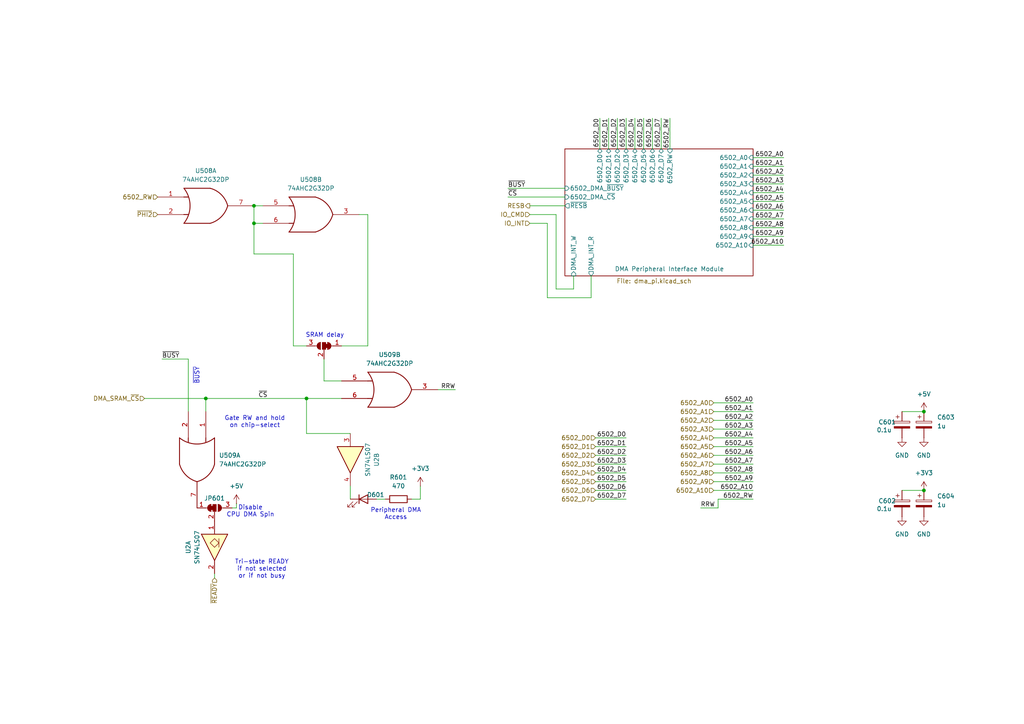
<source format=kicad_sch>
(kicad_sch (version 20250114) (generator "eeschema") (generator_version "9.0")
  (paper "A4")
  (title_block (title "65c02 Homebrew") (rev "Rev A") (company "Joseph R. Freeston") (comment 2 "https://github.com/snorklerjoe/useful6502") (comment 4 "A 65c02-based computer with peripheral i/o offloaded to a PIC16 microcontroller."))
  (lib_symbols
    (symbol "74xGxx:74LVC2G32"
      (property "Reference" "U" (at -7.62 7.62 0))
      (property "Value" "74LVC2G32" (at -7.62 -7.62 0))
      (symbol "74LVC2G32_1_1"
        (arc (start -7.62 5.08) (mid -5.838 0) (end -7.62 -5.08) (stroke (width 0.254)))
        (polyline (pts (xy -7.62 2.54) (xy -6.35 2.54)) (stroke (width 0.254)) (fill (type background)))
        (polyline (pts (xy -7.62 -2.54) (xy -6.35 -2.54)) (stroke (width 0.254)) (fill (type background)))
        (arc (start 5.08 0) (mid 3.202 -3.202) (end 0 -5.08) (stroke (width 0.254)))
        (arc (start 0 5.08) (mid 3.2271 3.2271) (end 5.08 0) (stroke (width 0.254)))
        (polyline (pts (xy 0 5.08) (xy -7.62 5.08)) (stroke (width 0.254)) (fill (type background)))
        (polyline (pts (xy 0 -5.08) (xy -7.62 -5.08)) (stroke (width 0.254)) (fill (type background)))
        (pin input line (at -15.24 2.54 0) (length 7.62) (name "~") (number "1"))
        (pin input line (at -15.24 -2.54 0) (length 7.62) (name "~") (number "2"))
        (pin output line (at 12.7 0 180) (length 7.62) (name "~") (number "7"))
      )
      (symbol "74LVC2G32_2_1"
        (arc (start -7.62 5.08) (mid -5.838 0) (end -7.62 -5.08) (stroke (width 0.254)))
        (polyline (pts (xy -7.62 2.54) (xy -6.35 2.54)) (stroke (width 0.254)) (fill (type background)))
        (polyline (pts (xy -7.62 -2.54) (xy -6.35 -2.54)) (stroke (width 0.254)) (fill (type background)))
        (arc (start 5.08 0) (mid 3.202 -3.202) (end 0 -5.08) (stroke (width 0.254)))
        (arc (start 0 5.08) (mid 3.2271 3.2271) (end 5.08 0) (stroke (width 0.254)))
        (polyline (pts (xy 0 5.08) (xy -7.62 5.08)) (stroke (width 0.254)) (fill (type background)))
        (polyline (pts (xy 0 -5.08) (xy -7.62 -5.08)) (stroke (width 0.254)) (fill (type background)))
        (pin input line (at -15.24 2.54 0) (length 7.62) (name "~") (number "5"))
        (pin input line (at -15.24 -2.54 0) (length 7.62) (name "~") (number "6"))
        (pin output line (at 12.7 0 180) (length 7.62) (name "~") (number "3"))
      )
      (symbol "74LVC2G32_3_0"
        (rectangle (start -5.08 -5.08) (end 5.08 5.08) (stroke (width 0.254)) (fill (type background)))
      )
      (symbol "74LVC2G32_3_1"
        (pin power_in line (at 0 10.16 270) (length 5.08) (name "VCC") (number "8"))
        (pin power_in line (at 0 -10.16 90) (length 5.08) (name "GND") (number "4"))
      )
    )
    (symbol "74xx:SN74LS07" (pin_names (offset 1.016))
      (property "Reference" "U104" (at 0 7.62 0))
      (property "Value" "SN74LS07" (at 0 5.08 0))
      (symbol "SN74LS07_1_0"
        (polyline (pts (xy -3.81 3.81) (xy -3.81 -3.81) (xy 3.81 0) (xy -3.81 3.81)) (stroke (width 0.254)) (fill (type background)))
        (pin input line (at -7.62 0 0) (length 3.81) (name "~") (number "1"))
        (pin open_collector line (at 7.62 0 180) (length 3.81) (name "~") (number "2"))
      )
      (symbol "SN74LS07_1_1"
        (polyline (pts (xy -2.54 -1.27) (xy 0 -1.27)))
        (polyline (pts (xy -1.27 1.27) (xy 0 0) (xy -1.27 -1.27) (xy -2.54 0) (xy -1.27 1.27)))
      )
      (symbol "SN74LS07_2_0"
        (polyline (pts (xy -3.81 3.81) (xy -3.81 -3.81) (xy 3.81 0) (xy -3.81 3.81)) (stroke (width 0.254)) (fill (type background)))
        (pin input line (at -7.62 0 0) (length 3.81) (name "~") (number "3"))
        (pin open_collector line (at 7.62 0 180) (length 3.81) (name "~") (number "4"))
      )
      (symbol "SN74LS07_3_0"
        (polyline (pts (xy -3.81 3.81) (xy -3.81 -3.81) (xy 3.81 0) (xy -3.81 3.81)) (stroke (width 0.254)) (fill (type background)))
        (pin input line (at -7.62 0 0) (length 3.81) (name "~") (number "5"))
        (pin open_collector line (at 7.62 0 180) (length 3.81) (name "~") (number "6"))
      )
      (symbol "SN74LS07_3_1"
        (polyline (pts (xy -2.54 -1.27) (xy 0 -1.27)))
        (polyline (pts (xy -1.27 1.27) (xy 0 0) (xy -1.27 -1.27) (xy -2.54 0) (xy -1.27 1.27)))
      )
      (symbol "SN74LS07_4_0"
        (polyline (pts (xy -3.81 3.81) (xy -3.81 -3.81) (xy 3.81 0) (xy -3.81 3.81)) (stroke (width 0.254)) (fill (type background)))
        (pin input line (at -7.62 0 0) (length 3.81) (name "~") (number "9"))
        (pin open_collector line (at 7.62 0 180) (length 3.81) (name "~") (number "8"))
      )
      (symbol "SN74LS07_4_1"
        (polyline (pts (xy -2.54 -1.27) (xy 0 -1.27)))
        (polyline (pts (xy -1.27 1.27) (xy 0 0) (xy -1.27 -1.27) (xy -2.54 0) (xy -1.27 1.27)))
      )
      (symbol "SN74LS07_5_0"
        (polyline (pts (xy -3.81 3.81) (xy -3.81 -3.81) (xy 3.81 0) (xy -3.81 3.81)) (stroke (width 0.254)) (fill (type background)))
        (pin input line (at -7.62 0 0) (length 3.81) (name "~") (number "11"))
        (pin open_collector line (at 7.62 0 180) (length 3.81) (name "~") (number "10"))
      )
      (symbol "SN74LS07_5_1"
        (polyline (pts (xy -2.54 -1.27) (xy 0 -1.27)))
        (polyline (pts (xy -1.27 1.27) (xy 0 0) (xy -1.27 -1.27) (xy -2.54 0) (xy -1.27 1.27)))
      )
      (symbol "SN74LS07_6_0"
        (polyline (pts (xy -3.81 3.81) (xy -3.81 -3.81) (xy 3.81 0) (xy -3.81 3.81)) (stroke (width 0.254)) (fill (type background)))
        (pin input line (at -7.62 0 0) (length 3.81) (name "~") (number "13"))
        (pin open_collector line (at 7.62 0 180) (length 3.81) (name "~") (number "12"))
      )
      (symbol "SN74LS07_6_1"
        (polyline (pts (xy -2.54 -1.27) (xy 0 -1.27)))
        (polyline (pts (xy -1.27 1.27) (xy 0 0) (xy -1.27 -1.27) (xy -2.54 0) (xy -1.27 1.27)))
      )
      (symbol "SN74LS07_7_0"
        (pin power_in line (at 0 12.7 270) (length 5.08) (name "VCC") (number "14"))
        (pin power_in line (at 0 -12.7 90) (length 5.08) (name "GND") (number "7"))
      )
      (symbol "SN74LS07_7_1"
        (rectangle (start -5.08 7.62) (end 5.08 -7.62) (stroke (width 0.254)) (fill (type background)))
      )
    )
    (symbol "Device:C_Polarized" (pin_numbers (hide yes)) (pin_names (offset 0.254))
      (property "Reference" "C" (at 0.635 2.54 0))
      (property "Value" "C_Polarized" (at 0.635 -2.54 0))
      (symbol "C_Polarized_0_1"
        (rectangle (start -2.286 0.508) (end 2.286 1.016))
        (polyline (pts (xy -1.778 2.286) (xy -0.762 2.286)))
        (polyline (pts (xy -1.27 2.794) (xy -1.27 1.778)))
        (rectangle (start 2.286 -0.508) (end -2.286 -1.016) (fill (type outline)))
      )
      (symbol "C_Polarized_1_1"
        (pin passive line (at 0 3.81 270) (length 2.794) (name "~") (number "1"))
        (pin passive line (at 0 -3.81 90) (length 2.794) (name "~") (number "2"))
      )
    )
    (symbol "Device:LED" (pin_numbers (hide yes)) (pin_names (offset 1.016) (hide yes))
      (property "Reference" "D" (at 0 2.54 0))
      (property "Value" "LED" (at 0 -2.54 0))
      (symbol "LED_0_1"
        (polyline (pts (xy -3.048 -0.762) (xy -4.572 -2.286) (xy -3.81 -2.286) (xy -4.572 -2.286) (xy -4.572 -1.524)))
        (polyline (pts (xy -1.778 -0.762) (xy -3.302 -2.286) (xy -2.54 -2.286) (xy -3.302 -2.286) (xy -3.302 -1.524)))
        (polyline (pts (xy -1.27 0) (xy 1.27 0)))
        (polyline (pts (xy -1.27 -1.27) (xy -1.27 1.27)) (stroke (width 0.254)))
        (polyline (pts (xy 1.27 -1.27) (xy 1.27 1.27) (xy -1.27 0) (xy 1.27 -1.27)) (stroke (width 0.254)))
      )
      (symbol "LED_1_1"
        (pin passive line (at -3.81 0 0) (length 2.54) (name "K") (number "1"))
        (pin passive line (at 3.81 0 180) (length 2.54) (name "A") (number "2"))
      )
    )
    (symbol "Device:R" (pin_numbers (hide yes)) (pin_names (offset 0))
      (property "Reference" "R" (at 2.032 0 90))
      (property "Value" "R" (at 0 0 90))
      (symbol "R_0_1"
        (rectangle (start -1.016 -2.54) (end 1.016 2.54) (stroke (width 0.254)))
      )
      (symbol "R_1_1"
        (pin passive line (at 0 3.81 270) (length 1.27) (name "~") (number "1"))
        (pin passive line (at 0 -3.81 90) (length 1.27) (name "~") (number "2"))
      )
    )
    (symbol "Jumper:SolderJumper_3_Bridged12" (pin_names (offset 0) (hide yes)) (in_bom no)
      (property "Reference" "JP" (at -2.54 -2.54 0))
      (property "Value" "SolderJumper_3_Bridged12" (at 0 2.794 0))
      (symbol "SolderJumper_3_Bridged12_0_1"
        (polyline (pts (xy -2.54 0) (xy -2.032 0)))
        (polyline (pts (xy -1.016 1.016) (xy -1.016 -1.016)))
        (rectangle (start -1.016 0.508) (end -0.508 -0.508) (fill (type outline)))
        (arc (start -1.016 -1.016) (mid -2.0276 0) (end -1.016 1.016))
        (arc (start -1.016 -1.016) (mid -2.0276 0) (end -1.016 1.016) (fill (type outline)))
        (rectangle (start -0.508 1.016) (end 0.508 -1.016) (fill (type outline)))
        (polyline (pts (xy 0 -1.27) (xy 0 -1.016)))
        (arc (start 1.016 1.016) (mid 2.0276 0) (end 1.016 -1.016))
        (arc (start 1.016 1.016) (mid 2.0276 0) (end 1.016 -1.016) (fill (type outline)))
        (polyline (pts (xy 1.016 1.016) (xy 1.016 -1.016)))
        (polyline (pts (xy 2.54 0) (xy 2.032 0)))
      )
      (symbol "SolderJumper_3_Bridged12_1_1"
        (pin passive line (at -5.08 0 0) (length 2.54) (name "A") (number "1"))
        (pin passive line (at 0 -3.81 90) (length 2.54) (name "C") (number "2"))
        (pin passive line (at 5.08 0 180) (length 2.54) (name "B") (number "3"))
      )
    )
    (symbol "SN74LS07_1" (pin_names (offset 1.016))
      (property "Reference" "U104" (at 0 7.62 0))
      (property "Value" "SN74LS07" (at 0 5.08 0))
      (symbol "SN74LS07_1_1_0"
        (polyline (pts (xy -3.81 3.81) (xy -3.81 -3.81) (xy 3.81 0) (xy -3.81 3.81)) (stroke (width 0.254)) (fill (type background)))
        (pin input line (at -7.62 0 0) (length 3.81) (name "~") (number "1"))
        (pin open_collector line (at 7.62 0 180) (length 3.81) (name "~") (number "2"))
      )
      (symbol "SN74LS07_1_1_1"
        (polyline (pts (xy -2.54 -1.27) (xy 0 -1.27)))
        (polyline (pts (xy -1.27 1.27) (xy 0 0) (xy -1.27 -1.27) (xy -2.54 0) (xy -1.27 1.27)))
      )
      (symbol "SN74LS07_1_2_0"
        (polyline (pts (xy -3.81 3.81) (xy -3.81 -3.81) (xy 3.81 0) (xy -3.81 3.81)) (stroke (width 0.254)) (fill (type background)))
        (pin input line (at -7.62 0 0) (length 3.81) (name "~") (number "3"))
        (pin open_collector line (at 7.62 0 180) (length 3.81) (name "~") (number "4"))
      )
      (symbol "SN74LS07_1_3_0"
        (polyline (pts (xy -3.81 3.81) (xy -3.81 -3.81) (xy 3.81 0) (xy -3.81 3.81)) (stroke (width 0.254)) (fill (type background)))
        (pin input line (at -7.62 0 0) (length 3.81) (name "~") (number "5"))
        (pin open_collector line (at 7.62 0 180) (length 3.81) (name "~") (number "6"))
      )
      (symbol "SN74LS07_1_3_1"
        (polyline (pts (xy -2.54 -1.27) (xy 0 -1.27)))
        (polyline (pts (xy -1.27 1.27) (xy 0 0) (xy -1.27 -1.27) (xy -2.54 0) (xy -1.27 1.27)))
      )
      (symbol "SN74LS07_1_4_0"
        (polyline (pts (xy -3.81 3.81) (xy -3.81 -3.81) (xy 3.81 0) (xy -3.81 3.81)) (stroke (width 0.254)) (fill (type background)))
        (pin input line (at -7.62 0 0) (length 3.81) (name "~") (number "9"))
        (pin open_collector line (at 7.62 0 180) (length 3.81) (name "~") (number "8"))
      )
      (symbol "SN74LS07_1_4_1"
        (polyline (pts (xy -2.54 -1.27) (xy 0 -1.27)))
        (polyline (pts (xy -1.27 1.27) (xy 0 0) (xy -1.27 -1.27) (xy -2.54 0) (xy -1.27 1.27)))
      )
      (symbol "SN74LS07_1_5_0"
        (polyline (pts (xy -3.81 3.81) (xy -3.81 -3.81) (xy 3.81 0) (xy -3.81 3.81)) (stroke (width 0.254)) (fill (type background)))
        (pin input line (at -7.62 0 0) (length 3.81) (name "~") (number "11"))
        (pin open_collector line (at 7.62 0 180) (length 3.81) (name "~") (number "10"))
      )
      (symbol "SN74LS07_1_5_1"
        (polyline (pts (xy -2.54 -1.27) (xy 0 -1.27)))
        (polyline (pts (xy -1.27 1.27) (xy 0 0) (xy -1.27 -1.27) (xy -2.54 0) (xy -1.27 1.27)))
      )
      (symbol "SN74LS07_1_6_0"
        (polyline (pts (xy -3.81 3.81) (xy -3.81 -3.81) (xy 3.81 0) (xy -3.81 3.81)) (stroke (width 0.254)) (fill (type background)))
        (pin input line (at -7.62 0 0) (length 3.81) (name "~") (number "13"))
        (pin open_collector line (at 7.62 0 180) (length 3.81) (name "~") (number "12"))
      )
      (symbol "SN74LS07_1_6_1"
        (polyline (pts (xy -2.54 -1.27) (xy 0 -1.27)))
        (polyline (pts (xy -1.27 1.27) (xy 0 0) (xy -1.27 -1.27) (xy -2.54 0) (xy -1.27 1.27)))
      )
      (symbol "SN74LS07_1_7_0"
        (pin power_in line (at 0 12.7 270) (length 5.08) (name "VCC") (number "14"))
        (pin power_in line (at 0 -12.7 90) (length 5.08) (name "GND") (number "7"))
      )
      (symbol "SN74LS07_1_7_1"
        (rectangle (start -5.08 7.62) (end 5.08 -7.62) (stroke (width 0.254)) (fill (type background)))
      )
    )
    (symbol "power:+3V3" (power) (pin_numbers (hide yes)) (pin_names (offset 0) (hide yes))
      (property "Value" "+3V3" (at 0 3.556 0))
      (symbol "+3V3_0_1"
        (polyline (pts (xy -0.762 1.27) (xy 0 2.54)))
        (polyline (pts (xy 0 2.54) (xy 0.762 1.27)))
        (polyline (pts (xy 0 0) (xy 0 2.54)))
      )
      (symbol "+3V3_1_1"
        (pin power_in line (at 0 0 90) (length 0) (name "~") (number "1"))
      )
    )
    (symbol "power:+5V" (power) (pin_numbers (hide yes)) (pin_names (offset 0) (hide yes))
      (property "Value" "+5V" (at 0 3.556 0))
      (symbol "+5V_0_1"
        (polyline (pts (xy -0.762 1.27) (xy 0 2.54)))
        (polyline (pts (xy 0 2.54) (xy 0.762 1.27)))
        (polyline (pts (xy 0 0) (xy 0 2.54)))
      )
      (symbol "+5V_1_1"
        (pin power_in line (at 0 0 90) (length 0) (name "~") (number "1"))
      )
    )
    (symbol "power:GND" (power) (pin_numbers (hide yes)) (pin_names (offset 0) (hide yes))
      (property "Value" "GND" (at 0 -3.81 0))
      (symbol "GND_0_1"
        (polyline (pts (xy 0 0) (xy 0 -1.27) (xy 1.27 -1.27) (xy 0 -2.54) (xy -1.27 -1.27) (xy 0 -1.27)))
      )
      (symbol "GND_1_1"
        (pin power_in line (at 0 0 270) (length 0) (name "~") (number "1"))
      )
    )
  )
  (text "SRAM delay" (at 94.234 97.282 0) (effects (font (size 1.27 1.27))))
  (text "Gate RW and hold\non chip-select" (at 73.914 122.428 0) (effects (font (size 1.27 1.27))))
  (text "Tri-state READY\nif not selected\nor if not busy" (at 75.946 165.1 0) (effects (font (size 1.27 1.27))))
  (text "~{BUSY}" (at 57.15 108.966 90) (effects (font (size 1.27 1.27))))
  (text "Disable\nCPU DMA Spin" (at 72.644 148.336 0) (effects (font (size 1.27 1.27))))
  (text "Peripheral DMA\nAccess" (at 114.808 149.098 0) (effects (font (size 1.27 1.27))))
  (junction (at 73.66 64.77))
  (junction (at 88.9 115.57))
  (junction (at 73.66 59.69))
  (junction (at 59.69 115.57))
  (junction (at 267.97 119.38))
  (junction (at 267.97 142.24))
  (wire (pts (xy 88.9 115.57) (xy 99.06 115.57)))
  (wire (pts (xy 73.66 73.66) (xy 73.66 64.77)))
  (wire (pts (xy 121.92 144.78) (xy 119.38 144.78)))
  (wire (pts (xy 194.31 43.18) (xy 194.31 34.29)))
  (wire (pts (xy 218.44 45.72) (xy 227.33 45.72)))
  (wire (pts (xy 54.61 104.14) (xy 54.61 119.38)))
  (wire (pts (xy 218.44 48.26) (xy 227.33 48.26)))
  (wire (pts (xy 208.28 147.32) (xy 208.28 144.78)))
  (wire (pts (xy 207.01 129.54) (xy 218.44 129.54)))
  (wire (pts (xy 68.58 147.32) (xy 67.31 147.32)))
  (wire (pts (xy 161.29 62.23) (xy 161.29 83.82)))
  (wire (pts (xy 153.67 62.23) (xy 161.29 62.23)))
  (wire (pts (xy 207.01 139.7) (xy 218.44 139.7)))
  (wire (pts (xy 189.23 43.18) (xy 189.23 34.29)))
  (wire (pts (xy 218.44 60.96) (xy 227.33 60.96)))
  (wire (pts (xy 59.69 115.57) (xy 88.9 115.57)))
  (wire (pts (xy 181.61 134.62) (xy 172.72 134.62)))
  (wire (pts (xy 172.72 129.54) (xy 181.61 129.54)))
  (wire (pts (xy 218.44 50.8) (xy 227.33 50.8)))
  (wire (pts (xy 173.99 43.18) (xy 173.99 34.29)))
  (wire (pts (xy 158.75 86.36) (xy 171.45 86.36)))
  (wire (pts (xy 207.01 137.16) (xy 218.44 137.16)))
  (wire (pts (xy 127 113.03) (xy 132.08 113.03)))
  (wire (pts (xy 153.67 59.69) (xy 163.83 59.69)))
  (wire (pts (xy 191.77 43.18) (xy 191.77 34.29)))
  (wire (pts (xy 147.32 54.61) (xy 163.83 54.61)))
  (wire (pts (xy 172.72 139.7) (xy 181.61 139.7)))
  (wire (pts (xy 218.44 68.58) (xy 227.33 68.58)))
  (wire (pts (xy 73.66 59.69) (xy 73.66 64.77)))
  (wire (pts (xy 171.45 80.01) (xy 171.45 86.36)))
  (wire (pts (xy 203.2 147.32) (xy 208.28 147.32)))
  (wire (pts (xy 261.62 119.38) (xy 267.97 119.38)))
  (wire (pts (xy 218.44 71.12) (xy 227.33 71.12)))
  (wire (pts (xy 207.01 132.08) (xy 218.44 132.08)))
  (wire (pts (xy 207.01 127) (xy 218.44 127)))
  (wire (pts (xy 172.72 127) (xy 181.61 127)))
  (wire (pts (xy 68.58 146.05) (xy 68.58 147.32)))
  (wire (pts (xy 158.75 64.77) (xy 153.67 64.77)))
  (wire (pts (xy 158.75 86.36) (xy 158.75 64.77)))
  (wire (pts (xy 104.14 62.23) (xy 106.68 62.23)))
  (wire (pts (xy 261.62 142.24) (xy 267.97 142.24)))
  (wire (pts (xy 208.28 144.78) (xy 218.44 144.78)))
  (wire (pts (xy 218.44 66.04) (xy 227.33 66.04)))
  (wire (pts (xy 85.09 73.66) (xy 73.66 73.66)))
  (wire (pts (xy 99.06 100.33) (xy 106.68 100.33)))
  (wire (pts (xy 218.44 63.5) (xy 227.33 63.5)))
  (wire (pts (xy 111.76 144.78) (xy 109.22 144.78)))
  (wire (pts (xy 93.98 110.49) (xy 99.06 110.49)))
  (wire (pts (xy 147.32 57.15) (xy 163.83 57.15)))
  (wire (pts (xy 101.6 144.78) (xy 101.6 140.97)))
  (wire (pts (xy 207.01 134.62) (xy 218.44 134.62)))
  (wire (pts (xy 207.01 142.24) (xy 218.44 142.24)))
  (wire (pts (xy 121.92 140.97) (xy 121.92 144.78)))
  (wire (pts (xy 176.53 43.18) (xy 176.53 34.29)))
  (wire (pts (xy 88.9 125.73) (xy 88.9 115.57)))
  (wire (pts (xy 207.01 119.38) (xy 218.44 119.38)))
  (wire (pts (xy 85.09 100.33) (xy 85.09 73.66)))
  (wire (pts (xy 186.69 43.18) (xy 186.69 34.29)))
  (wire (pts (xy 62.23 166.37) (xy 62.23 167.64)))
  (wire (pts (xy 101.6 125.73) (xy 88.9 125.73)))
  (wire (pts (xy 41.91 115.57) (xy 59.69 115.57)))
  (wire (pts (xy 85.09 100.33) (xy 88.9 100.33)))
  (wire (pts (xy 218.44 55.88) (xy 227.33 55.88)))
  (wire (pts (xy 207.01 121.92) (xy 218.44 121.92)))
  (wire (pts (xy 161.29 83.82) (xy 166.37 83.82)))
  (wire (pts (xy 172.72 144.78) (xy 181.61 144.78)))
  (wire (pts (xy 76.2 64.77) (xy 73.66 64.77)))
  (wire (pts (xy 207.01 116.84) (xy 218.44 116.84)))
  (wire (pts (xy 106.68 62.23) (xy 106.68 100.33)))
  (wire (pts (xy 172.72 142.24) (xy 181.61 142.24)))
  (wire (pts (xy 207.01 124.46) (xy 218.44 124.46)))
  (wire (pts (xy 76.2 59.69) (xy 73.66 59.69)))
  (wire (pts (xy 218.44 58.42) (xy 227.33 58.42)))
  (wire (pts (xy 218.44 53.34) (xy 227.33 53.34)))
  (wire (pts (xy 179.07 43.18) (xy 179.07 34.29)))
  (wire (pts (xy 172.72 137.16) (xy 181.61 137.16)))
  (wire (pts (xy 184.15 43.18) (xy 184.15 34.29)))
  (wire (pts (xy 166.37 80.01) (xy 166.37 83.82)))
  (wire (pts (xy 181.61 34.29) (xy 181.61 43.18)))
  (wire (pts (xy 172.72 132.08) (xy 181.61 132.08)))
  (wire (pts (xy 59.69 115.57) (xy 59.69 119.38)))
  (wire (pts (xy 93.98 104.14) (xy 93.98 110.49)))
  (wire (pts (xy 46.99 104.14) (xy 54.61 104.14)))
  (label "6502_A5" (at 227.33 58.42 180))
  (label "6502_D0" (at 181.61 127 180))
  (label "6502_A1" (at 218.44 119.38 180))
  (label "6502_A9" (at 218.44 139.7 180))
  (label "6502_A7" (at 218.44 134.62 180))
  (label "6502_D7" (at 181.61 144.78 180))
  (label "RRW" (at 132.08 113.03 180))
  (label "6502_A6" (at 227.33 60.96 180))
  (label "6502_A5" (at 218.44 129.54 180))
  (label "6502_A7" (at 227.33 63.5 180))
  (label "~{CS}" (at 74.93 115.57 0))
  (label "6502_D5" (at 181.61 139.7 180))
  (label "6502_A3" (at 227.33 53.34 180))
  (label "6502_D4" (at 181.61 137.16 180))
  (label "6502_D3" (at 181.61 34.29 270))
  (label "6502_A0" (at 218.44 116.84 180))
  (label "6502_D5" (at 186.69 34.29 270))
  (label "6502_D6" (at 181.61 142.24 180))
  (label "6502_D1" (at 181.61 129.54 180))
  (label "6502_A3" (at 218.44 124.46 180))
  (label "6502_A10" (at 218.44 142.24 180))
  (label "~{CS}" (at 147.32 57.15 0))
  (label "6502_RW" (at 218.44 144.78 180))
  (label "6502_A4" (at 218.44 127 180))
  (label "6502_D3" (at 181.61 134.62 180))
  (label "6502_D2" (at 181.61 132.08 180))
  (label "6502_D7" (at 191.77 34.29 270))
  (label "6502_D1" (at 176.53 34.29 270))
  (label "6502_A8" (at 227.33 66.04 180))
  (label "6502_RW" (at 194.31 34.29 270))
  (label "RRW" (at 203.2 147.32 0))
  (label "6502_A2" (at 218.44 121.92 180))
  (label "6502_A2" (at 227.33 50.8 180))
  (label "6502_A1" (at 227.33 48.26 180))
  (label "6502_D6" (at 189.23 34.29 270))
  (label "6502_A4" (at 227.33 55.88 180))
  (label "6502_A10" (at 227.33 71.12 180))
  (label "~{BUSY}" (at 147.32 54.61 0))
  (label "~{BUSY}" (at 46.99 104.14 0))
  (label "6502_A9" (at 227.33 68.58 180))
  (label "6502_D4" (at 184.15 34.29 270))
  (label "6502_A8" (at 218.44 137.16 180))
  (label "6502_D2" (at 179.07 34.29 270))
  (label "6502_D0" (at 173.99 34.29 270))
  (label "6502_A6" (at 218.44 132.08 180))
  (label "6502_A0" (at 227.33 45.72 180))
  (hierarchical_label "~{PHI2}" (shape input) (at 45.72 62.23 180))
  (hierarchical_label "6502_D2" (shape input) (at 172.72 132.08 180) (effects (font (thickness 0.1588))))
  (hierarchical_label "IO_CMD" (shape input) (at 153.67 62.23 180))
  (hierarchical_label "6502_A10" (shape input) (at 207.01 142.24 180) (effects (font (thickness 0.1588))))
  (hierarchical_label "6502_A4" (shape input) (at 207.01 127 180) (effects (font (thickness 0.1588))))
  (hierarchical_label "6502_D6" (shape input) (at 172.72 142.24 180) (effects (font (thickness 0.1588))))
  (hierarchical_label "6502_D0" (shape input) (at 172.72 127 180) (effects (font (thickness 0.1588))))
  (hierarchical_label "6502_A0" (shape input) (at 207.01 116.84 180) (effects (font (thickness 0.1588))))
  (hierarchical_label "6502_D1" (shape input) (at 172.72 129.54 180) (effects (font (thickness 0.1588))))
  (hierarchical_label "6502_RW" (shape input) (at 45.72 57.15 180) (effects (font (thickness 0.1588))))
  (hierarchical_label "6502_D3" (shape input) (at 172.72 134.62 180) (effects (font (thickness 0.1588))))
  (hierarchical_label "6502_A5" (shape input) (at 207.01 129.54 180) (effects (font (thickness 0.1588))))
  (hierarchical_label "6502_A3" (shape input) (at 207.01 124.46 180) (effects (font (thickness 0.1588))))
  (hierarchical_label "6502_D7" (shape input) (at 172.72 144.78 180) (effects (font (thickness 0.1588))))
  (hierarchical_label "DMA_SRAM_~{CS}" (shape input) (at 41.91 115.57 180))
  (hierarchical_label "6502_A9" (shape input) (at 207.01 139.7 180) (effects (font (thickness 0.1588))))
  (hierarchical_label "6502_D4" (shape input) (at 172.72 137.16 180) (effects (font (thickness 0.1588))))
  (hierarchical_label "RESB" (shape output) (at 153.67 59.69 180))
  (hierarchical_label "6502_A8" (shape input) (at 207.01 137.16 180) (effects (font (thickness 0.1588))))
  (hierarchical_label "IO_INT" (shape input) (at 153.67 64.77 180))
  (hierarchical_label "6502_A2" (shape input) (at 207.01 121.92 180) (effects (font (thickness 0.1588))))
  (hierarchical_label "6502_D5" (shape input) (at 172.72 139.7 180) (effects (font (thickness 0.1588))))
  (hierarchical_label "6502_A7" (shape input) (at 207.01 134.62 180) (effects (font (thickness 0.1588))))
  (hierarchical_label "6502_A1" (shape input) (at 207.01 119.38 180) (effects (font (thickness 0.1588))))
  (hierarchical_label "6502_A6" (shape input) (at 207.01 132.08 180) (effects (font (thickness 0.1588))))
  (hierarchical_label "~{READY}" (shape input) (at 62.23 167.64 270))
  (symbol (lib_id "Device:C_Polarized") (at 261.62 146.05 0) (unit 1)
    (property "Reference" "C602" (at 254.762 145.288 0) (effects (justify left)))
    (property "Value" "0.1u" (at 254.254 147.574 0) (effects (justify left)))
    (property "Footprint" "Capacitor_SMD:C_0402_1005Metric" (effects (hide yes)))
    (property "Description" "Polarized capacitor" (effects (hide yes)))
  )
  (symbol (lib_id "74xGxx:74LVC2G32") (at 91.44 62.23 0) (unit 2)
    (property "Reference" "U508" (at 90.17 52.07 0))
    (property "Value" "74AHC2G32DP" (at 90.17 54.61 0))
    (property "Footprint" "Package_SO:TSSOP-8_3x3mm_P0.65mm" (effects (hide yes)))
    (property "Datasheet" "https://assets.nexperia.com/documents/data-sheet/74AHC_AHCT2G32.pdf" (effects (hide yes)))
    (property "Description" "Dual OR Gate, Low-Voltage CMOS" (effects (hide yes)))
    (property "t_pd (ns)" "6.9" (effects (hide yes)))
  )
  (symbol (lib_id "74xGxx:74LVC2G32") (at 57.15 134.62 270) (unit 1)
    (property "Reference" "U509" (at 63.5 132.0799 90) (effects (justify left)))
    (property "Value" "74AHC2G32DP" (at 63.5 134.6199 90) (effects (justify left)))
    (property "Footprint" "Package_SO:TSSOP-8_3x3mm_P0.65mm" (effects (hide yes)))
    (property "Datasheet" "https://assets.nexperia.com/documents/data-sheet/74AHC_AHCT2G32.pdf" (effects (hide yes)))
    (property "Description" "Dual OR Gate, Low-Voltage CMOS" (effects (hide yes)))
    (property "t_pd (ns)" "6.9" (effects (hide yes)))
  )
  (symbol (lib_id "Jumper:SolderJumper_3_Bridged12") (at 93.98 100.33 0) (mirror y) (unit 1) (in_bom no)
    (property "Reference" "JP602" (effects (hide yes)))
    (property "Value" "SolderJumper_3_Bridged12" (effects (hide yes)))
    (property "Footprint" "Jumper:SolderJumper-3_P1.3mm_Bridged12_Pad1.0x1.5mm" (effects (hide yes)))
    (property "Description" "3-pole Solder Jumper, pins 1+2 closed/bridged" (effects (hide yes)))
  )
  (symbol (lib_id "74xGxx:74LVC2G32") (at 114.3 113.03 0) (unit 2)
    (property "Reference" "U509" (at 113.03 102.87 0))
    (property "Value" "74AHC2G32DP" (at 113.03 105.41 0))
    (property "Footprint" "Package_SO:TSSOP-8_3x3mm_P0.65mm" (effects (hide yes)))
    (property "Datasheet" "https://assets.nexperia.com/documents/data-sheet/74AHC_AHCT2G32.pdf" (effects (hide yes)))
    (property "Description" "Dual OR Gate, Low-Voltage CMOS" (effects (hide yes)))
    (property "t_pd (ns)" "6.9" (effects (hide yes)))
  )
  (symbol (lib_id "power:+3V3") (at 121.92 140.97 0) (unit 1)
    (property "Reference" "#PWR0603" (effects (hide yes)))
    (property "Value" "+3V3" (at 121.92 135.89 0))
    (property "Description" "Power symbol creates a global label with name \"+3V3\"" (effects (hide yes)))
  )
  (symbol (lib_id "power:GND") (at 261.62 127 0) (unit 1)
    (property "Reference" "#PWR0611" (effects (hide yes)))
    (property "Value" "GND" (at 261.62 132.08 0))
    (property "Description" "Power symbol creates a global label with name \"GND\" , ground" (effects (hide yes)))
  )
  (symbol (lib_id "Device:C_Polarized") (at 261.62 123.19 0) (unit 1)
    (property "Reference" "C601" (at 254.762 122.428 0) (effects (justify left)))
    (property "Value" "0.1u" (at 254.254 124.714 0) (effects (justify left)))
    (property "Footprint" "Capacitor_SMD:C_0402_1005Metric" (effects (hide yes)))
    (property "Description" "Polarized capacitor" (effects (hide yes)))
  )
  (symbol (lib_id "power:+5V") (at 68.58 146.05 0) (unit 1)
    (property "Reference" "#PWR0602" (effects (hide yes)))
    (property "Value" "+5V" (at 68.58 140.97 0))
    (property "Description" "Power symbol creates a global label with name \"+5V\"" (effects (hide yes)))
  )
  (symbol (lib_id "Jumper:SolderJumper_3_Bridged12") (at 62.23 147.32 0) (unit 1) (in_bom no)
    (property "Reference" "JP601" (at 62.23 144.526 0))
    (property "Value" "SolderJumper_3_Bridged12" (effects (hide yes)))
    (property "Footprint" "Jumper:SolderJumper-3_P1.3mm_Bridged12_Pad1.0x1.5mm" (effects (hide yes)))
    (property "Description" "3-pole Solder Jumper, pins 1+2 closed/bridged" (effects (hide yes)))
  )
  (symbol (lib_id "Device:C_Polarized") (at 267.97 123.19 0) (unit 1)
    (property "Reference" "C603" (at 271.78 121.0309 0) (effects (justify left)))
    (property "Value" "1u" (at 271.78 123.5709 0) (effects (justify left)))
    (property "Footprint" "Capacitor_SMD:C_0402_1005Metric" (effects (hide yes)))
    (property "Description" "Polarized capacitor" (effects (hide yes)))
  )
  (symbol (lib_id "74xx:SN74LS07") (at 62.23 158.75 90) (mirror x) (unit 1)
    (property "Reference" "U106" (at 54.61 158.75 0))
    (property "Value" "SN74LS07" (at 57.15 158.75 0))
    (property "Footprint" "Package_SO:SOIC-14_3.9x8.7mm_P1.27mm" (effects (hide yes)))
    (property "Datasheet" "https://www.ti.com/lit/ds/symlink/sn74ls07.pdf" (effects (hide yes)))
    (property "Description" "Hex Buffers and Drivers With Open Collector High Voltage Outputs" (effects (hide yes)))
    (property "t_pd (ns)" "30" (effects (hide yes)))
    (instances (project "" (path "" (reference "U2") (unit 1)) (path "" (reference "U106") (unit 1)) (path "" (reference "U104") (unit 1))))
  )
  (symbol (lib_name "SN74LS07_1") (lib_id "74xx:SN74LS07") (at 101.6 133.35 270) (unit 2)
    (property "Reference" "U106" (at 109.22 133.35 0))
    (property "Value" "SN74LS07" (at 106.68 133.35 0))
    (property "Footprint" "Package_SO:SOIC-14_3.9x8.7mm_P1.27mm" (effects (hide yes)))
    (property "Datasheet" "https://www.ti.com/lit/ds/symlink/sn74ls07.pdf" (effects (hide yes)))
    (property "Description" "Hex Buffers and Drivers With Open Collector High Voltage Outputs" (effects (hide yes)))
    (property "t_pd (ns)" "30" (effects (hide yes)))
    (instances (project "" (path "" (reference "U2") (unit 2)) (path "" (reference "U106") (unit 2)) (path "" (reference "U104") (unit 2))))
  )
  (symbol (lib_id "power:GND") (at 267.97 127 0) (unit 1)
    (property "Reference" "#PWR0616" (effects (hide yes)))
    (property "Value" "GND" (at 267.97 132.08 0))
    (property "Description" "Power symbol creates a global label with name \"GND\" , ground" (effects (hide yes)))
  )
  (symbol (lib_id "Device:LED") (at 105.41 144.78 0) (unit 1)
    (property "Reference" "D601" (at 108.966 143.51 0))
    (property "Value" "LED" (effects (hide yes)))
    (property "Footprint" "LED_SMD:LED_0402_1005Metric" (effects (hide yes)))
    (property "Description" "Light emitting diode" (effects (hide yes)))
    (property "Sim.Pins" "1=K 2=A" (effects (hide yes)))
  )
  (symbol (lib_id "power:+3V3") (at 267.97 142.24 0) (unit 1)
    (property "Reference" "#PWR0617" (effects (hide yes)))
    (property "Value" "+3V3" (at 267.97 137.16 0))
    (property "Description" "Power symbol creates a global label with name \"+3V3\"" (effects (hide yes)))
  )
  (symbol (lib_id "Device:R") (at 115.57 144.78 270) (unit 1)
    (property "Reference" "R601" (at 115.57 138.43 90))
    (property "Value" "470" (at 115.57 140.97 90))
    (property "Footprint" "Resistor_SMD:R_0402_1005Metric" (effects (hide yes)))
    (property "Description" "Resistor" (effects (hide yes)))
  )
  (symbol (lib_id "power:+5V") (at 267.97 119.38 0) (unit 1)
    (property "Reference" "#PWR0615" (effects (hide yes)))
    (property "Value" "+5V" (at 267.97 114.3 0))
    (property "Description" "Power symbol creates a global label with name \"+5V\"" (effects (hide yes)))
  )
  (symbol (lib_id "Device:C_Polarized") (at 267.97 146.05 0) (unit 1)
    (property "Reference" "C604" (at 271.78 143.8909 0) (effects (justify left)))
    (property "Value" "1u" (at 271.78 146.4309 0) (effects (justify left)))
    (property "Footprint" "Capacitor_SMD:C_0402_1005Metric" (effects (hide yes)))
    (property "Description" "Polarized capacitor" (effects (hide yes)))
  )
  (symbol (lib_id "74xGxx:74LVC2G32") (at 60.96 59.69 0) (unit 1)
    (property "Reference" "U508" (at 59.69 49.53 0))
    (property "Value" "74AHC2G32DP" (at 59.69 52.07 0))
    (property "Footprint" "Package_SO:TSSOP-8_3x3mm_P0.65mm" (effects (hide yes)))
    (property "Datasheet" "https://assets.nexperia.com/documents/data-sheet/74AHC_AHCT2G32.pdf" (effects (hide yes)))
    (property "Description" "Dual OR Gate, Low-Voltage CMOS" (effects (hide yes)))
    (property "t_pd (ns)" "6.9" (effects (hide yes)))
  )
  (symbol (lib_id "power:GND") (at 261.62 149.86 0) (unit 1)
    (property "Reference" "#PWR0612" (effects (hide yes)))
    (property "Value" "GND" (at 261.62 154.94 0))
    (property "Description" "Power symbol creates a global label with name \"GND\" , ground" (effects (hide yes)))
  )
  (symbol (lib_id "power:GND") (at 267.97 149.86 0) (unit 1)
    (property "Reference" "#PWR0618" (effects (hide yes)))
    (property "Value" "GND" (at 267.97 154.94 0))
    (property "Description" "Power symbol creates a global label with name \"GND\" , ground" (effects (hide yes)))
  )
  (sheet (at 163.83 43.18) (size 54.61 36.83) (stroke (width 0.1524))
    (property "Sheetname" "DMA Peripheral Interface Module" (at 178.308 78.74 0) (effects (justify left bottom)))
    (property "Sheetfile" "dma_pi.kicad_sch" (at 178.816 80.772 0) (effects (justify left top)))
    (pin "DMA_INT_W" input (at 166.37 80.01 270))
    (pin "6502_DMA_~{BUSY}" input (at 163.83 54.61 180))
    (pin "6502_DMA_~{CS}" input (at 163.83 57.15 180))
    (pin "DMA_INT_R" output (at 171.45 80.01 270))
    (pin "~{RESB}" output (at 163.83 59.69 180))
    (pin "6502_A0" input (at 218.44 45.72 0))
    (pin "6502_A1" input (at 218.44 48.26 0))
    (pin "6502_A2" input (at 218.44 50.8 0))
    (pin "6502_A3" input (at 218.44 53.34 0))
    (pin "6502_A4" input (at 218.44 55.88 0))
    (pin "6502_A5" input (at 218.44 58.42 0))
    (pin "6502_A6" input (at 218.44 60.96 0))
    (pin "6502_A7" input (at 218.44 63.5 0))
    (pin "6502_A8" input (at 218.44 66.04 0))
    (pin "6502_A9" input (at 218.44 68.58 0))
    (pin "6502_A10" input (at 218.44 71.12 0))
    (pin "6502_D0" bidirectional (at 173.99 43.18 90))
    (pin "6502_D1" bidirectional (at 176.53 43.18 90))
    (pin "6502_D2" bidirectional (at 179.07 43.18 90))
    (pin "6502_D3" bidirectional (at 181.61 43.18 90))
    (pin "6502_D4" bidirectional (at 184.15 43.18 90))
    (pin "6502_D5" bidirectional (at 186.69 43.18 90))
    (pin "6502_D6" bidirectional (at 189.23 43.18 90))
    (pin "6502_D7" bidirectional (at 191.77 43.18 90))
    (pin "6502_RW" input (at 194.31 43.18 90))
  )
)
</source>
